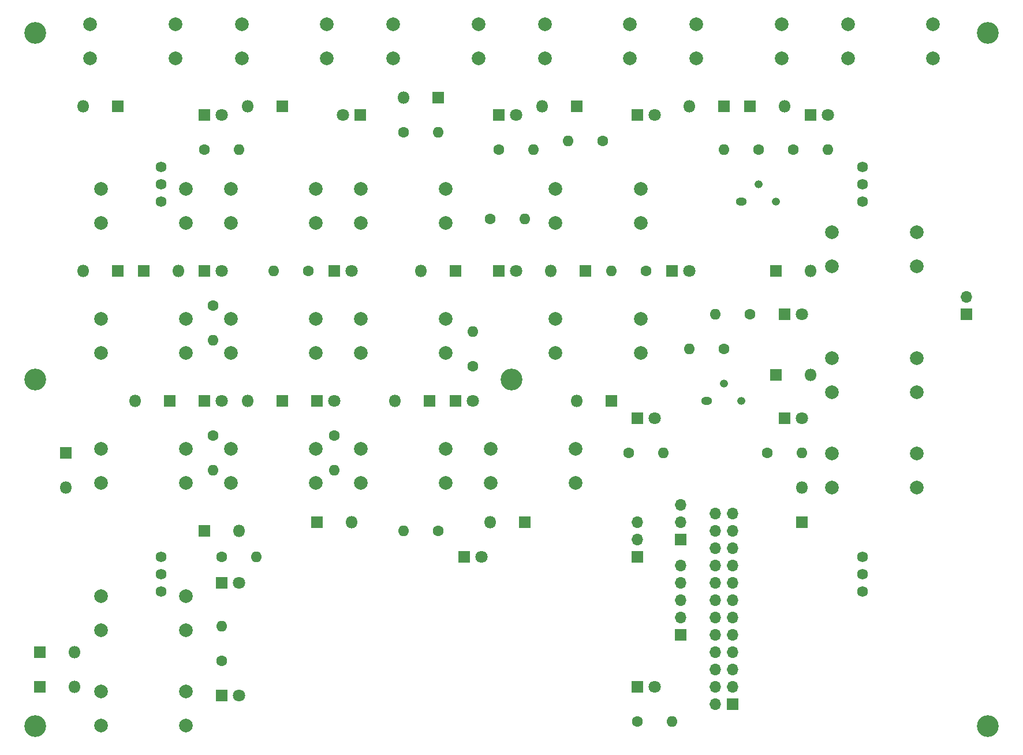
<source format=gbr>
%TF.GenerationSoftware,KiCad,Pcbnew,(5.1.10)-1*%
%TF.CreationDate,2021-07-06T22:18:49-04:00*%
%TF.ProjectId,dedBoard,64656442-6f61-4726-942e-6b696361645f,rev?*%
%TF.SameCoordinates,Original*%
%TF.FileFunction,Soldermask,Top*%
%TF.FilePolarity,Negative*%
%FSLAX46Y46*%
G04 Gerber Fmt 4.6, Leading zero omitted, Abs format (unit mm)*
G04 Created by KiCad (PCBNEW (5.1.10)-1) date 2021-07-06 22:18:49*
%MOMM*%
%LPD*%
G01*
G04 APERTURE LIST*
%ADD10C,3.200000*%
%ADD11O,1.600000X1.600000*%
%ADD12C,1.600000*%
%ADD13O,1.800000X1.800000*%
%ADD14R,1.800000X1.800000*%
%ADD15O,1.200000X1.200000*%
%ADD16O,1.600000X1.200000*%
%ADD17C,1.800000*%
%ADD18C,2.000000*%
%ADD19C,1.590000*%
%ADD20O,1.700000X1.700000*%
%ADD21R,1.700000X1.700000*%
G04 APERTURE END LIST*
D10*
%TO.C,REF\u002A\u002A*%
X161925000Y-15875000D03*
%TD*%
%TO.C,REF\u002A\u002A*%
X161925000Y-117475000D03*
%TD*%
%TO.C,REF\u002A\u002A*%
X92075000Y-66675000D03*
%TD*%
%TO.C,REF\u002A\u002A*%
X22225000Y-117475000D03*
%TD*%
%TO.C,REF\u002A\u002A*%
X22225000Y-66675000D03*
%TD*%
%TO.C,REF\u002A\u002A*%
X22225000Y-15875000D03*
%TD*%
D11*
%TO.C,R21*%
X49530000Y-102870000D03*
D12*
X49530000Y-107950000D03*
%TD*%
D11*
%TO.C,R20*%
X134620000Y-77470000D03*
D12*
X129540000Y-77470000D03*
%TD*%
D11*
%TO.C,R19*%
X115570000Y-116840000D03*
D12*
X110490000Y-116840000D03*
%TD*%
D11*
%TO.C,R18*%
X66040000Y-80010000D03*
D12*
X66040000Y-74930000D03*
%TD*%
D11*
%TO.C,R17*%
X86360000Y-59690000D03*
D12*
X86360000Y-64770000D03*
%TD*%
D11*
%TO.C,R16*%
X76200000Y-88900000D03*
D12*
X81280000Y-88900000D03*
%TD*%
D11*
%TO.C,R15*%
X118110000Y-62230000D03*
D12*
X123190000Y-62230000D03*
%TD*%
D11*
%TO.C,R14*%
X54610000Y-92710000D03*
D12*
X49530000Y-92710000D03*
%TD*%
D11*
%TO.C,R13*%
X48260000Y-80010000D03*
D12*
X48260000Y-74930000D03*
%TD*%
D11*
%TO.C,R12*%
X114300000Y-77470000D03*
D12*
X109220000Y-77470000D03*
%TD*%
D11*
%TO.C,R11*%
X121920000Y-57150000D03*
D12*
X127000000Y-57150000D03*
%TD*%
D11*
%TO.C,R10*%
X57150000Y-50800000D03*
D12*
X62230000Y-50800000D03*
%TD*%
D11*
%TO.C,R9*%
X123190000Y-33020000D03*
D12*
X128270000Y-33020000D03*
%TD*%
D11*
%TO.C,R8*%
X100330000Y-31750000D03*
D12*
X105410000Y-31750000D03*
%TD*%
D11*
%TO.C,R7*%
X93980000Y-43180000D03*
D12*
X88900000Y-43180000D03*
%TD*%
D11*
%TO.C,R6*%
X106680000Y-50800000D03*
D12*
X111760000Y-50800000D03*
%TD*%
D11*
%TO.C,R5*%
X48260000Y-60960000D03*
D12*
X48260000Y-55880000D03*
%TD*%
D11*
%TO.C,R4*%
X138430000Y-33020000D03*
D12*
X133350000Y-33020000D03*
%TD*%
D11*
%TO.C,R3*%
X95250000Y-33020000D03*
D12*
X90170000Y-33020000D03*
%TD*%
D11*
%TO.C,R2*%
X81280000Y-30480000D03*
D12*
X76200000Y-30480000D03*
%TD*%
D11*
%TO.C,R1*%
X52070000Y-33020000D03*
D12*
X46990000Y-33020000D03*
%TD*%
D13*
%TO.C,D33*%
X134620000Y-82550000D03*
D14*
X134620000Y-87630000D03*
%TD*%
D13*
%TO.C,D32*%
X118110000Y-26670000D03*
D14*
X123190000Y-26670000D03*
%TD*%
D13*
%TO.C,D31*%
X96520000Y-26670000D03*
D14*
X101600000Y-26670000D03*
%TD*%
D13*
%TO.C,D30*%
X76200000Y-25400000D03*
D14*
X81280000Y-25400000D03*
%TD*%
D13*
%TO.C,D29*%
X53340000Y-26670000D03*
D14*
X58420000Y-26670000D03*
%TD*%
D13*
%TO.C,D28*%
X29210000Y-26670000D03*
D14*
X34290000Y-26670000D03*
%TD*%
D13*
%TO.C,D17*%
X101600000Y-69850000D03*
D14*
X106680000Y-69850000D03*
%TD*%
D13*
%TO.C,D16*%
X97790000Y-50800000D03*
D14*
X102870000Y-50800000D03*
%TD*%
D13*
%TO.C,D15*%
X74930000Y-69850000D03*
D14*
X80010000Y-69850000D03*
%TD*%
D13*
%TO.C,D14*%
X68580000Y-87630000D03*
D14*
X63500000Y-87630000D03*
%TD*%
D13*
%TO.C,D13*%
X78740000Y-50800000D03*
D14*
X83820000Y-50800000D03*
%TD*%
D13*
%TO.C,D12*%
X88900000Y-87630000D03*
D14*
X93980000Y-87630000D03*
%TD*%
D13*
%TO.C,D11*%
X135890000Y-66040000D03*
D14*
X130810000Y-66040000D03*
%TD*%
D13*
%TO.C,D10*%
X52070000Y-88900000D03*
D14*
X46990000Y-88900000D03*
%TD*%
D13*
%TO.C,D9*%
X27940000Y-111760000D03*
D14*
X22860000Y-111760000D03*
%TD*%
D13*
%TO.C,D8*%
X53340000Y-69850000D03*
D14*
X58420000Y-69850000D03*
%TD*%
D13*
%TO.C,D7*%
X135890000Y-50800000D03*
D14*
X130810000Y-50800000D03*
%TD*%
D13*
%TO.C,D6*%
X43180000Y-50800000D03*
D14*
X38100000Y-50800000D03*
%TD*%
D13*
%TO.C,D5*%
X26670000Y-82550000D03*
D14*
X26670000Y-77470000D03*
%TD*%
D13*
%TO.C,D4*%
X36830000Y-69850000D03*
D14*
X41910000Y-69850000D03*
%TD*%
D13*
%TO.C,D3*%
X27940000Y-106680000D03*
D14*
X22860000Y-106680000D03*
%TD*%
D13*
%TO.C,D2*%
X29210000Y-50800000D03*
D14*
X34290000Y-50800000D03*
%TD*%
D13*
%TO.C,D1*%
X132080000Y-26670000D03*
D14*
X127000000Y-26670000D03*
%TD*%
D15*
%TO.C,Q2*%
X125730000Y-69850000D03*
X123190000Y-67310000D03*
D16*
X120650000Y-69850000D03*
%TD*%
D17*
%TO.C,D42*%
X52070000Y-113030000D03*
D14*
X49530000Y-113030000D03*
%TD*%
D17*
%TO.C,D41*%
X134620000Y-72390000D03*
D14*
X132080000Y-72390000D03*
%TD*%
D17*
%TO.C,D40*%
X113030000Y-111760000D03*
D14*
X110490000Y-111760000D03*
%TD*%
D17*
%TO.C,D39*%
X66040000Y-69850000D03*
D14*
X63500000Y-69850000D03*
%TD*%
D17*
%TO.C,D38*%
X86360000Y-69850000D03*
D14*
X83820000Y-69850000D03*
%TD*%
D17*
%TO.C,D37*%
X87630000Y-92710000D03*
D14*
X85090000Y-92710000D03*
%TD*%
D17*
%TO.C,D36*%
X52070000Y-96520000D03*
D14*
X49530000Y-96520000D03*
%TD*%
D17*
%TO.C,D35*%
X49530000Y-69850000D03*
D14*
X46990000Y-69850000D03*
%TD*%
D17*
%TO.C,D34*%
X113030000Y-72390000D03*
D14*
X110490000Y-72390000D03*
%TD*%
D18*
%TO.C,S23*%
X151538000Y-82510000D03*
X139038000Y-82510000D03*
X151538000Y-77510000D03*
X139038000Y-77510000D03*
%TD*%
%TO.C,S22*%
X131662500Y-19645000D03*
X119162500Y-19645000D03*
X131662500Y-14645000D03*
X119162500Y-14645000D03*
%TD*%
%TO.C,S21*%
X109437500Y-19645000D03*
X96937500Y-19645000D03*
X109437500Y-14645000D03*
X96937500Y-14645000D03*
%TD*%
%TO.C,S20*%
X87212500Y-19645000D03*
X74712500Y-19645000D03*
X87212500Y-14645000D03*
X74712500Y-14645000D03*
%TD*%
%TO.C,S19*%
X64987500Y-19645000D03*
X52487500Y-19645000D03*
X64987500Y-14645000D03*
X52487500Y-14645000D03*
%TD*%
%TO.C,S18*%
X42762500Y-19645000D03*
X30262500Y-19645000D03*
X42762500Y-14645000D03*
X30262500Y-14645000D03*
%TD*%
D19*
%TO.C,VR4*%
X143510000Y-97790000D03*
X143510000Y-95250000D03*
X143510000Y-92710000D03*
%TD*%
%TO.C,VR3*%
X143510000Y-40640000D03*
X143510000Y-38100000D03*
X143510000Y-35560000D03*
%TD*%
%TO.C,VR2*%
X40640000Y-92710000D03*
X40640000Y-95250000D03*
X40640000Y-97790000D03*
%TD*%
%TO.C,VR1*%
X40640000Y-35560000D03*
X40640000Y-38100000D03*
X40640000Y-40640000D03*
%TD*%
D18*
%TO.C,S17*%
X111025000Y-62825000D03*
X98525000Y-62825000D03*
X111025000Y-57825000D03*
X98525000Y-57825000D03*
%TD*%
%TO.C,S16*%
X111025000Y-43775000D03*
X98525000Y-43775000D03*
X111025000Y-38775000D03*
X98525000Y-38775000D03*
%TD*%
%TO.C,S15*%
X82450000Y-62825000D03*
X69950000Y-62825000D03*
X82450000Y-57825000D03*
X69950000Y-57825000D03*
%TD*%
%TO.C,S14*%
X82450000Y-81875000D03*
X69950000Y-81875000D03*
X82450000Y-76875000D03*
X69950000Y-76875000D03*
%TD*%
%TO.C,S13*%
X82450000Y-43775000D03*
X69950000Y-43775000D03*
X82450000Y-38775000D03*
X69950000Y-38775000D03*
%TD*%
%TO.C,S12*%
X101500000Y-81875000D03*
X89000000Y-81875000D03*
X101500000Y-76875000D03*
X89000000Y-76875000D03*
%TD*%
%TO.C,S11*%
X151538000Y-68540000D03*
X139038000Y-68540000D03*
X151538000Y-63540000D03*
X139038000Y-63540000D03*
%TD*%
%TO.C,S10*%
X63400000Y-62825000D03*
X50900000Y-62825000D03*
X63400000Y-57825000D03*
X50900000Y-57825000D03*
%TD*%
%TO.C,S9*%
X151538000Y-50125000D03*
X139038000Y-50125000D03*
X151538000Y-45125000D03*
X139038000Y-45125000D03*
%TD*%
%TO.C,S8*%
X63400000Y-81875000D03*
X50900000Y-81875000D03*
X63400000Y-76875000D03*
X50900000Y-76875000D03*
%TD*%
%TO.C,S7*%
X63400000Y-43775000D03*
X50900000Y-43775000D03*
X63400000Y-38775000D03*
X50900000Y-38775000D03*
%TD*%
%TO.C,S6*%
X44350000Y-117435000D03*
X31850000Y-117435000D03*
X44350000Y-112435000D03*
X31850000Y-112435000D03*
%TD*%
%TO.C,S5*%
X44350000Y-62825000D03*
X31850000Y-62825000D03*
X44350000Y-57825000D03*
X31850000Y-57825000D03*
%TD*%
%TO.C,S4*%
X44350000Y-81875000D03*
X31850000Y-81875000D03*
X44350000Y-76875000D03*
X31850000Y-76875000D03*
%TD*%
%TO.C,S3*%
X44350000Y-43775000D03*
X31850000Y-43775000D03*
X44350000Y-38775000D03*
X31850000Y-38775000D03*
%TD*%
%TO.C,S2*%
X44350000Y-103465000D03*
X31850000Y-103465000D03*
X44350000Y-98465000D03*
X31850000Y-98465000D03*
%TD*%
%TO.C,S1*%
X153887500Y-19645000D03*
X141387500Y-19645000D03*
X153887500Y-14645000D03*
X141387500Y-14645000D03*
%TD*%
D15*
%TO.C,Q1*%
X130810000Y-40640000D03*
X128270000Y-38100000D03*
D16*
X125730000Y-40640000D03*
%TD*%
D20*
%TO.C,J5*%
X116840000Y-85090000D03*
X116840000Y-87630000D03*
D21*
X116840000Y-90170000D03*
%TD*%
D20*
%TO.C,J4*%
X110490000Y-87630000D03*
X110490000Y-90170000D03*
D21*
X110490000Y-92710000D03*
%TD*%
D20*
%TO.C,J3*%
X116840000Y-93980000D03*
X116840000Y-96520000D03*
X116840000Y-99060000D03*
X116840000Y-101600000D03*
D21*
X116840000Y-104140000D03*
%TD*%
D20*
%TO.C,J2*%
X121920000Y-86360000D03*
X124460000Y-86360000D03*
X121920000Y-88900000D03*
X124460000Y-88900000D03*
X121920000Y-91440000D03*
X124460000Y-91440000D03*
X121920000Y-93980000D03*
X124460000Y-93980000D03*
X121920000Y-96520000D03*
X124460000Y-96520000D03*
X121920000Y-99060000D03*
X124460000Y-99060000D03*
X121920000Y-101600000D03*
X124460000Y-101600000D03*
X121920000Y-104140000D03*
X124460000Y-104140000D03*
X121920000Y-106680000D03*
X124460000Y-106680000D03*
X121920000Y-109220000D03*
X124460000Y-109220000D03*
X121920000Y-111760000D03*
X124460000Y-111760000D03*
X121920000Y-114300000D03*
D21*
X124460000Y-114300000D03*
%TD*%
D20*
%TO.C,J1*%
X158750000Y-54610000D03*
D21*
X158750000Y-57150000D03*
%TD*%
D17*
%TO.C,D27*%
X134620000Y-57150000D03*
D14*
X132080000Y-57150000D03*
%TD*%
D17*
%TO.C,D26*%
X68580000Y-50800000D03*
D14*
X66040000Y-50800000D03*
%TD*%
D17*
%TO.C,D25*%
X113030000Y-27940000D03*
D14*
X110490000Y-27940000D03*
%TD*%
D17*
%TO.C,D24*%
X92710000Y-50800000D03*
D14*
X90170000Y-50800000D03*
%TD*%
D17*
%TO.C,D23*%
X118110000Y-50800000D03*
D14*
X115570000Y-50800000D03*
%TD*%
D17*
%TO.C,D22*%
X49530000Y-50800000D03*
D14*
X46990000Y-50800000D03*
%TD*%
D17*
%TO.C,D21*%
X138430000Y-27940000D03*
D14*
X135890000Y-27940000D03*
%TD*%
D17*
%TO.C,D20*%
X92710000Y-27940000D03*
D14*
X90170000Y-27940000D03*
%TD*%
D17*
%TO.C,D19*%
X67310000Y-27940000D03*
D14*
X69850000Y-27940000D03*
%TD*%
D17*
%TO.C,D18*%
X49530000Y-27940000D03*
D14*
X46990000Y-27940000D03*
%TD*%
M02*

</source>
